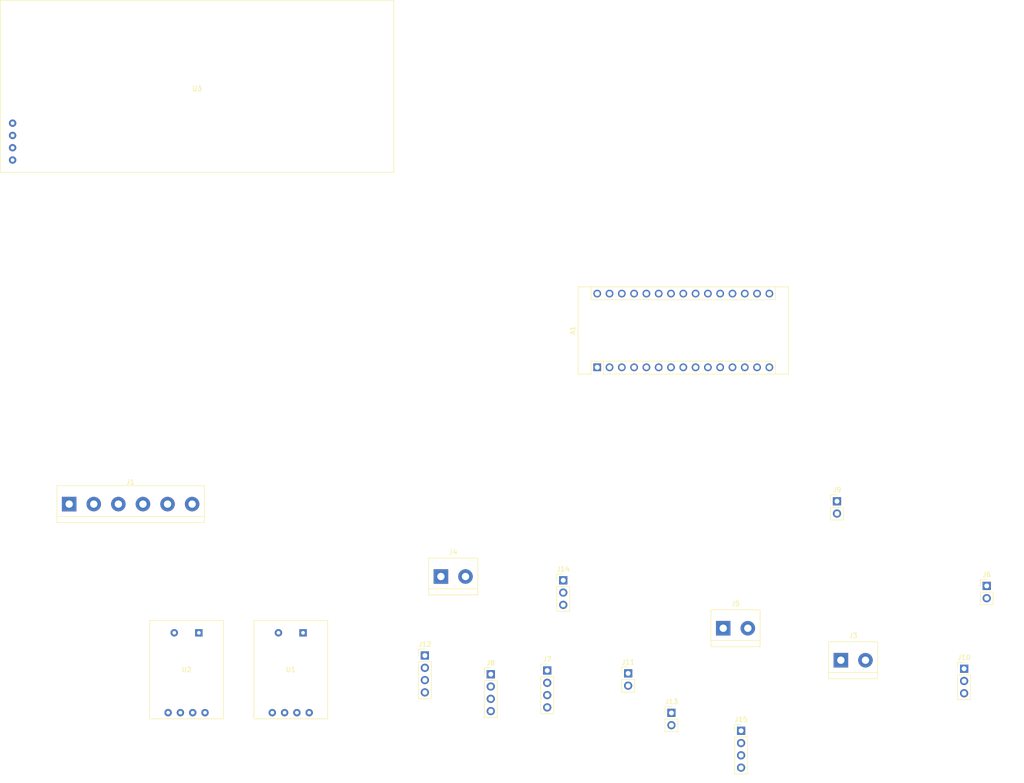
<source format=kicad_pcb>
(kicad_pcb (version 20171130) (host pcbnew "(5.1.10)-1")

  (general
    (thickness 1.6)
    (drawings 0)
    (tracks 0)
    (zones 0)
    (modules 18)
    (nets 56)
  )

  (page A4)
  (layers
    (0 F.Cu signal)
    (31 B.Cu signal)
    (32 B.Adhes user)
    (33 F.Adhes user)
    (34 B.Paste user)
    (35 F.Paste user)
    (36 B.SilkS user)
    (37 F.SilkS user)
    (38 B.Mask user)
    (39 F.Mask user)
    (40 Dwgs.User user)
    (41 Cmts.User user)
    (42 Eco1.User user)
    (43 Eco2.User user)
    (44 Edge.Cuts user)
    (45 Margin user)
    (46 B.CrtYd user)
    (47 F.CrtYd user)
    (48 B.Fab user)
    (49 F.Fab user)
  )

  (setup
    (last_trace_width 0.25)
    (trace_clearance 0.2)
    (zone_clearance 0.508)
    (zone_45_only no)
    (trace_min 0.2)
    (via_size 0.8)
    (via_drill 0.4)
    (via_min_size 0.4)
    (via_min_drill 0.3)
    (uvia_size 0.3)
    (uvia_drill 0.1)
    (uvias_allowed no)
    (uvia_min_size 0.2)
    (uvia_min_drill 0.1)
    (edge_width 0.05)
    (segment_width 0.2)
    (pcb_text_width 0.3)
    (pcb_text_size 1.5 1.5)
    (mod_edge_width 0.12)
    (mod_text_size 1 1)
    (mod_text_width 0.15)
    (pad_size 1.524 1.524)
    (pad_drill 0.762)
    (pad_to_mask_clearance 0)
    (aux_axis_origin 0 0)
    (visible_elements 7FFFF7FF)
    (pcbplotparams
      (layerselection 0x010fc_ffffffff)
      (usegerberextensions false)
      (usegerberattributes true)
      (usegerberadvancedattributes true)
      (creategerberjobfile true)
      (excludeedgelayer true)
      (linewidth 0.100000)
      (plotframeref false)
      (viasonmask false)
      (mode 1)
      (useauxorigin false)
      (hpglpennumber 1)
      (hpglpenspeed 20)
      (hpglpendiameter 15.000000)
      (psnegative false)
      (psa4output false)
      (plotreference true)
      (plotvalue true)
      (plotinvisibletext false)
      (padsonsilk false)
      (subtractmaskfromsilk false)
      (outputformat 1)
      (mirror false)
      (drillshape 1)
      (scaleselection 1)
      (outputdirectory ""))
  )

  (net 0 "")
  (net 1 /Thermocouple2)
  (net 2 /Thermocouple1)
  (net 3 /+5V)
  (net 4 GND)
  (net 5 /Thermocouple1-)
  (net 6 /Thermocouple1+)
  (net 7 /Thermocouple2-)
  (net 8 /Thermocouple2+)
  (net 9 /+12V)
  (net 10 "Net-(J7-Pad4)")
  (net 11 /AC_Dimmer_PWM)
  (net 12 /AC_Dimmer_Z-C)
  (net 13 /LCD_SDL)
  (net 14 /LCD_SDA)
  (net 15 /Switch1)
  (net 16 /Rotary_Encoder1_PWM)
  (net 17 /Rotary_Encoder1_Input)
  (net 18 "Net-(J11-Pad2)")
  (net 19 "Net-(J11-Pad1)")
  (net 20 "Net-(J12-Pad2)")
  (net 21 "Net-(J12-Pad1)")
  (net 22 "Net-(J13-Pad1)")
  (net 23 "Net-(J14-Pad2)")
  (net 24 "Net-(J14-Pad1)")
  (net 25 "Net-(J15-Pad2)")
  (net 26 "Net-(J15-Pad1)")
  (net 27 "Net-(J15-Pad3)")
  (net 28 "Net-(J15-Pad4)")
  (net 29 "Net-(J1-Pad6)")
  (net 30 "Net-(J1-Pad5)")
  (net 31 "Net-(J1-Pad4)")
  (net 32 "Net-(J1-Pad1)")
  (net 33 "Net-(J1-Pad3)")
  (net 34 "Net-(J1-Pad2)")
  (net 35 "Net-(J12-Pad4)")
  (net 36 "Net-(J12-Pad3)")
  (net 37 "Net-(A1-Pad16)")
  (net 38 "Net-(A1-Pad15)")
  (net 39 "Net-(A1-Pad14)")
  (net 40 "Net-(A1-Pad29)")
  (net 41 "Net-(A1-Pad13)")
  (net 42 "Net-(A1-Pad28)")
  (net 43 "Net-(A1-Pad12)")
  (net 44 "Net-(A1-Pad11)")
  (net 45 "Net-(A1-Pad26)")
  (net 46 "Net-(A1-Pad25)")
  (net 47 /Start_Btn)
  (net 48 "Net-(A1-Pad8)")
  (net 49 "Net-(A1-Pad20)")
  (net 50 "Net-(A1-Pad19)")
  (net 51 "Net-(A1-Pad3)")
  (net 52 "Net-(A1-Pad18)")
  (net 53 "Net-(A1-Pad2)")
  (net 54 "Net-(A1-Pad17)")
  (net 55 "Net-(A1-Pad1)")

  (net_class Default "This is the default net class."
    (clearance 0.2)
    (trace_width 0.25)
    (via_dia 0.8)
    (via_drill 0.4)
    (uvia_dia 0.3)
    (uvia_drill 0.1)
    (add_net /+12V)
    (add_net /+5V)
    (add_net /AC_Dimmer_PWM)
    (add_net /AC_Dimmer_Z-C)
    (add_net /LCD_SDA)
    (add_net /LCD_SDL)
    (add_net /Rotary_Encoder1_Input)
    (add_net /Rotary_Encoder1_PWM)
    (add_net /Start_Btn)
    (add_net /Switch1)
    (add_net /Thermocouple1)
    (add_net /Thermocouple1+)
    (add_net /Thermocouple1-)
    (add_net /Thermocouple2)
    (add_net /Thermocouple2+)
    (add_net /Thermocouple2-)
    (add_net GND)
    (add_net "Net-(A1-Pad1)")
    (add_net "Net-(A1-Pad11)")
    (add_net "Net-(A1-Pad12)")
    (add_net "Net-(A1-Pad13)")
    (add_net "Net-(A1-Pad14)")
    (add_net "Net-(A1-Pad15)")
    (add_net "Net-(A1-Pad16)")
    (add_net "Net-(A1-Pad17)")
    (add_net "Net-(A1-Pad18)")
    (add_net "Net-(A1-Pad19)")
    (add_net "Net-(A1-Pad2)")
    (add_net "Net-(A1-Pad20)")
    (add_net "Net-(A1-Pad25)")
    (add_net "Net-(A1-Pad26)")
    (add_net "Net-(A1-Pad28)")
    (add_net "Net-(A1-Pad29)")
    (add_net "Net-(A1-Pad3)")
    (add_net "Net-(A1-Pad8)")
    (add_net "Net-(J1-Pad1)")
    (add_net "Net-(J1-Pad2)")
    (add_net "Net-(J1-Pad3)")
    (add_net "Net-(J1-Pad4)")
    (add_net "Net-(J1-Pad5)")
    (add_net "Net-(J1-Pad6)")
    (add_net "Net-(J11-Pad1)")
    (add_net "Net-(J11-Pad2)")
    (add_net "Net-(J12-Pad1)")
    (add_net "Net-(J12-Pad2)")
    (add_net "Net-(J12-Pad3)")
    (add_net "Net-(J12-Pad4)")
    (add_net "Net-(J13-Pad1)")
    (add_net "Net-(J14-Pad1)")
    (add_net "Net-(J14-Pad2)")
    (add_net "Net-(J15-Pad1)")
    (add_net "Net-(J15-Pad2)")
    (add_net "Net-(J15-Pad3)")
    (add_net "Net-(J15-Pad4)")
    (add_net "Net-(J7-Pad4)")
  )

  (module OvenControl_custom_parts:LCD_SCREEN (layer F.Cu) (tedit 5FFE39DB) (tstamp 620711EB)
    (at 21.47 50.88)
    (path /60717071)
    (fp_text reference U3 (at 38.1 -14.74) (layer F.SilkS)
      (effects (font (size 1 1) (thickness 0.15)))
    )
    (fp_text value LCD_SCREEN (at 38.1 -15.74) (layer F.Fab)
      (effects (font (size 1 1) (thickness 0.15)))
    )
    (fp_line (start -2.54 2.54) (end 78.74 2.54) (layer F.SilkS) (width 0.12))
    (fp_line (start 78.74 2.54) (end 78.74 -33.02) (layer F.SilkS) (width 0.12))
    (fp_line (start 78.74 -33.02) (end -1.27 -33.02) (layer F.SilkS) (width 0.12))
    (fp_line (start -2.54 2.54) (end -2.54 -33.02) (layer F.SilkS) (width 0.12))
    (fp_line (start -2.54 -33.02) (end -1.27 -33.02) (layer F.SilkS) (width 0.12))
    (pad 4 thru_hole circle (at 0 -7.62) (size 1.524 1.524) (drill 0.762) (layers *.Cu *.Mask)
      (net 26 "Net-(J15-Pad1)"))
    (pad 3 thru_hole circle (at 0 -5.08) (size 1.524 1.524) (drill 0.762) (layers *.Cu *.Mask)
      (net 25 "Net-(J15-Pad2)"))
    (pad 2 thru_hole circle (at 0 -2.54) (size 1.524 1.524) (drill 0.762) (layers *.Cu *.Mask)
      (net 27 "Net-(J15-Pad3)"))
    (pad 1 thru_hole circle (at 0 0) (size 1.524 1.524) (drill 0.762) (layers *.Cu *.Mask)
      (net 28 "Net-(J15-Pad4)"))
  )

  (module OvenControl_custom_parts:thermoucouple_AD8495 (layer F.Cu) (tedit 5FFD7EAE) (tstamp 620711DE)
    (at 57.41 156.22)
    (path /60076EAE)
    (fp_text reference U2 (at 0 0) (layer F.SilkS)
      (effects (font (size 1 1) (thickness 0.15)))
    )
    (fp_text value ADAFRUIT_AD8495 (at 0 1.27) (layer F.Fab)
      (effects (font (size 1 0.762) (thickness 0.15)))
    )
    (fp_line (start -7.62 -10.16) (end -7.62 10.16) (layer F.SilkS) (width 0.12))
    (fp_line (start 7.62 -10.16) (end -7.62 -10.16) (layer F.SilkS) (width 0.12))
    (fp_line (start 7.62 10.16) (end 7.62 -10.16) (layer F.SilkS) (width 0.12))
    (fp_line (start -7.62 10.16) (end 7.62 10.16) (layer F.SilkS) (width 0.12))
    (pad 6 thru_hole rect (at 2.54 -7.62) (size 1.524 1.524) (drill 0.762) (layers *.Cu *.Mask)
      (net 7 /Thermocouple2-))
    (pad 5 thru_hole circle (at -2.54 -7.62) (size 1.524 1.524) (drill 0.762) (layers *.Cu *.Mask)
      (net 8 /Thermocouple2+))
    (pad 4 thru_hole circle (at 3.81 8.89) (size 1.524 1.524) (drill 0.762) (layers *.Cu *.Mask)
      (net 3 /+5V))
    (pad 3 thru_hole circle (at 1.27 8.89) (size 1.524 1.524) (drill 0.762) (layers *.Cu *.Mask)
      (net 4 GND))
    (pad 2 thru_hole circle (at -1.27 8.89) (size 1.524 1.524) (drill 0.762) (layers *.Cu *.Mask)
      (net 1 /Thermocouple2))
    (pad 1 thru_hole circle (at -3.81 8.89) (size 1.524 1.524) (drill 0.762) (layers *.Cu *.Mask)
      (net 4 GND))
  )

  (module OvenControl_custom_parts:thermoucouple_AD8495 (layer F.Cu) (tedit 5FFD7EAE) (tstamp 620711D0)
    (at 78.93 156.22)
    (path /60075995)
    (fp_text reference U1 (at 0 0) (layer F.SilkS)
      (effects (font (size 1 1) (thickness 0.15)))
    )
    (fp_text value ADAFRUIT_AD8495 (at 0 1.27) (layer F.Fab)
      (effects (font (size 1 0.762) (thickness 0.15)))
    )
    (fp_line (start -7.62 -10.16) (end -7.62 10.16) (layer F.SilkS) (width 0.12))
    (fp_line (start 7.62 -10.16) (end -7.62 -10.16) (layer F.SilkS) (width 0.12))
    (fp_line (start 7.62 10.16) (end 7.62 -10.16) (layer F.SilkS) (width 0.12))
    (fp_line (start -7.62 10.16) (end 7.62 10.16) (layer F.SilkS) (width 0.12))
    (pad 6 thru_hole rect (at 2.54 -7.62) (size 1.524 1.524) (drill 0.762) (layers *.Cu *.Mask)
      (net 5 /Thermocouple1-))
    (pad 5 thru_hole circle (at -2.54 -7.62) (size 1.524 1.524) (drill 0.762) (layers *.Cu *.Mask)
      (net 6 /Thermocouple1+))
    (pad 4 thru_hole circle (at 3.81 8.89) (size 1.524 1.524) (drill 0.762) (layers *.Cu *.Mask)
      (net 3 /+5V))
    (pad 3 thru_hole circle (at 1.27 8.89) (size 1.524 1.524) (drill 0.762) (layers *.Cu *.Mask)
      (net 4 GND))
    (pad 2 thru_hole circle (at -1.27 8.89) (size 1.524 1.524) (drill 0.762) (layers *.Cu *.Mask)
      (net 2 /Thermocouple1))
    (pad 1 thru_hole circle (at -3.81 8.89) (size 1.524 1.524) (drill 0.762) (layers *.Cu *.Mask)
      (net 4 GND))
  )

  (module Connector_PinHeader_2.54mm:PinHeader_1x04_P2.54mm_Vertical (layer F.Cu) (tedit 59FED5CC) (tstamp 620711C2)
    (at 171.96 168.85)
    (descr "Through hole straight pin header, 1x04, 2.54mm pitch, single row")
    (tags "Through hole pin header THT 1x04 2.54mm single row")
    (path /60087A12)
    (fp_text reference J15 (at 0 -2.33) (layer F.SilkS)
      (effects (font (size 1 1) (thickness 0.15)))
    )
    (fp_text value Conn_01x04_Male (at 0 9.95) (layer F.Fab)
      (effects (font (size 1 1) (thickness 0.15)))
    )
    (fp_text user %R (at 0 3.81 90) (layer F.Fab)
      (effects (font (size 1 1) (thickness 0.15)))
    )
    (fp_line (start -0.635 -1.27) (end 1.27 -1.27) (layer F.Fab) (width 0.1))
    (fp_line (start 1.27 -1.27) (end 1.27 8.89) (layer F.Fab) (width 0.1))
    (fp_line (start 1.27 8.89) (end -1.27 8.89) (layer F.Fab) (width 0.1))
    (fp_line (start -1.27 8.89) (end -1.27 -0.635) (layer F.Fab) (width 0.1))
    (fp_line (start -1.27 -0.635) (end -0.635 -1.27) (layer F.Fab) (width 0.1))
    (fp_line (start -1.33 8.95) (end 1.33 8.95) (layer F.SilkS) (width 0.12))
    (fp_line (start -1.33 1.27) (end -1.33 8.95) (layer F.SilkS) (width 0.12))
    (fp_line (start 1.33 1.27) (end 1.33 8.95) (layer F.SilkS) (width 0.12))
    (fp_line (start -1.33 1.27) (end 1.33 1.27) (layer F.SilkS) (width 0.12))
    (fp_line (start -1.33 0) (end -1.33 -1.33) (layer F.SilkS) (width 0.12))
    (fp_line (start -1.33 -1.33) (end 0 -1.33) (layer F.SilkS) (width 0.12))
    (fp_line (start -1.8 -1.8) (end -1.8 9.4) (layer F.CrtYd) (width 0.05))
    (fp_line (start -1.8 9.4) (end 1.8 9.4) (layer F.CrtYd) (width 0.05))
    (fp_line (start 1.8 9.4) (end 1.8 -1.8) (layer F.CrtYd) (width 0.05))
    (fp_line (start 1.8 -1.8) (end -1.8 -1.8) (layer F.CrtYd) (width 0.05))
    (pad 4 thru_hole oval (at 0 7.62) (size 1.7 1.7) (drill 1) (layers *.Cu *.Mask)
      (net 28 "Net-(J15-Pad4)"))
    (pad 3 thru_hole oval (at 0 5.08) (size 1.7 1.7) (drill 1) (layers *.Cu *.Mask)
      (net 27 "Net-(J15-Pad3)"))
    (pad 2 thru_hole oval (at 0 2.54) (size 1.7 1.7) (drill 1) (layers *.Cu *.Mask)
      (net 25 "Net-(J15-Pad2)"))
    (pad 1 thru_hole rect (at 0 0) (size 1.7 1.7) (drill 1) (layers *.Cu *.Mask)
      (net 26 "Net-(J15-Pad1)"))
    (model ${KISYS3DMOD}/Connector_PinHeader_2.54mm.3dshapes/PinHeader_1x04_P2.54mm_Vertical.wrl
      (at (xyz 0 0 0))
      (scale (xyz 1 1 1))
      (rotate (xyz 0 0 0))
    )
  )

  (module Connector_PinHeader_2.54mm:PinHeader_1x03_P2.54mm_Vertical (layer F.Cu) (tedit 59FED5CC) (tstamp 620711AA)
    (at 135.22 137.75)
    (descr "Through hole straight pin header, 1x03, 2.54mm pitch, single row")
    (tags "Through hole pin header THT 1x03 2.54mm single row")
    (path /5FFC9365)
    (fp_text reference J14 (at 0 -2.33) (layer F.SilkS)
      (effects (font (size 1 1) (thickness 0.15)))
    )
    (fp_text value Conn_01x03_Male (at 0 7.41) (layer F.Fab)
      (effects (font (size 1 1) (thickness 0.15)))
    )
    (fp_text user %R (at 0 2.54 90) (layer F.Fab)
      (effects (font (size 1 1) (thickness 0.15)))
    )
    (fp_line (start -0.635 -1.27) (end 1.27 -1.27) (layer F.Fab) (width 0.1))
    (fp_line (start 1.27 -1.27) (end 1.27 6.35) (layer F.Fab) (width 0.1))
    (fp_line (start 1.27 6.35) (end -1.27 6.35) (layer F.Fab) (width 0.1))
    (fp_line (start -1.27 6.35) (end -1.27 -0.635) (layer F.Fab) (width 0.1))
    (fp_line (start -1.27 -0.635) (end -0.635 -1.27) (layer F.Fab) (width 0.1))
    (fp_line (start -1.33 6.41) (end 1.33 6.41) (layer F.SilkS) (width 0.12))
    (fp_line (start -1.33 1.27) (end -1.33 6.41) (layer F.SilkS) (width 0.12))
    (fp_line (start 1.33 1.27) (end 1.33 6.41) (layer F.SilkS) (width 0.12))
    (fp_line (start -1.33 1.27) (end 1.33 1.27) (layer F.SilkS) (width 0.12))
    (fp_line (start -1.33 0) (end -1.33 -1.33) (layer F.SilkS) (width 0.12))
    (fp_line (start -1.33 -1.33) (end 0 -1.33) (layer F.SilkS) (width 0.12))
    (fp_line (start -1.8 -1.8) (end -1.8 6.85) (layer F.CrtYd) (width 0.05))
    (fp_line (start -1.8 6.85) (end 1.8 6.85) (layer F.CrtYd) (width 0.05))
    (fp_line (start 1.8 6.85) (end 1.8 -1.8) (layer F.CrtYd) (width 0.05))
    (fp_line (start 1.8 -1.8) (end -1.8 -1.8) (layer F.CrtYd) (width 0.05))
    (pad 3 thru_hole oval (at 0 5.08) (size 1.7 1.7) (drill 1) (layers *.Cu *.Mask)
      (net 4 GND))
    (pad 2 thru_hole oval (at 0 2.54) (size 1.7 1.7) (drill 1) (layers *.Cu *.Mask)
      (net 23 "Net-(J14-Pad2)"))
    (pad 1 thru_hole rect (at 0 0) (size 1.7 1.7) (drill 1) (layers *.Cu *.Mask)
      (net 24 "Net-(J14-Pad1)"))
    (model ${KISYS3DMOD}/Connector_PinHeader_2.54mm.3dshapes/PinHeader_1x03_P2.54mm_Vertical.wrl
      (at (xyz 0 0 0))
      (scale (xyz 1 1 1))
      (rotate (xyz 0 0 0))
    )
  )

  (module Connector_PinHeader_2.54mm:PinHeader_1x02_P2.54mm_Vertical (layer F.Cu) (tedit 59FED5CC) (tstamp 62071193)
    (at 157.57 165.16)
    (descr "Through hole straight pin header, 1x02, 2.54mm pitch, single row")
    (tags "Through hole pin header THT 1x02 2.54mm single row")
    (path /5FFC90BA)
    (fp_text reference J13 (at 0 -2.33) (layer F.SilkS)
      (effects (font (size 1 1) (thickness 0.15)))
    )
    (fp_text value Conn_01x02_Male (at 0 4.87) (layer F.Fab)
      (effects (font (size 1 1) (thickness 0.15)))
    )
    (fp_text user %R (at 0 1.27 90) (layer F.Fab)
      (effects (font (size 1 1) (thickness 0.15)))
    )
    (fp_line (start -0.635 -1.27) (end 1.27 -1.27) (layer F.Fab) (width 0.1))
    (fp_line (start 1.27 -1.27) (end 1.27 3.81) (layer F.Fab) (width 0.1))
    (fp_line (start 1.27 3.81) (end -1.27 3.81) (layer F.Fab) (width 0.1))
    (fp_line (start -1.27 3.81) (end -1.27 -0.635) (layer F.Fab) (width 0.1))
    (fp_line (start -1.27 -0.635) (end -0.635 -1.27) (layer F.Fab) (width 0.1))
    (fp_line (start -1.33 3.87) (end 1.33 3.87) (layer F.SilkS) (width 0.12))
    (fp_line (start -1.33 1.27) (end -1.33 3.87) (layer F.SilkS) (width 0.12))
    (fp_line (start 1.33 1.27) (end 1.33 3.87) (layer F.SilkS) (width 0.12))
    (fp_line (start -1.33 1.27) (end 1.33 1.27) (layer F.SilkS) (width 0.12))
    (fp_line (start -1.33 0) (end -1.33 -1.33) (layer F.SilkS) (width 0.12))
    (fp_line (start -1.33 -1.33) (end 0 -1.33) (layer F.SilkS) (width 0.12))
    (fp_line (start -1.8 -1.8) (end -1.8 4.35) (layer F.CrtYd) (width 0.05))
    (fp_line (start -1.8 4.35) (end 1.8 4.35) (layer F.CrtYd) (width 0.05))
    (fp_line (start 1.8 4.35) (end 1.8 -1.8) (layer F.CrtYd) (width 0.05))
    (fp_line (start 1.8 -1.8) (end -1.8 -1.8) (layer F.CrtYd) (width 0.05))
    (pad 2 thru_hole oval (at 0 2.54) (size 1.7 1.7) (drill 1) (layers *.Cu *.Mask)
      (net 4 GND))
    (pad 1 thru_hole rect (at 0 0) (size 1.7 1.7) (drill 1) (layers *.Cu *.Mask)
      (net 22 "Net-(J13-Pad1)"))
    (model ${KISYS3DMOD}/Connector_PinHeader_2.54mm.3dshapes/PinHeader_1x02_P2.54mm_Vertical.wrl
      (at (xyz 0 0 0))
      (scale (xyz 1 1 1))
      (rotate (xyz 0 0 0))
    )
  )

  (module Connector_PinHeader_2.54mm:PinHeader_1x04_P2.54mm_Vertical (layer F.Cu) (tedit 59FED5CC) (tstamp 6207117D)
    (at 106.64 153.3)
    (descr "Through hole straight pin header, 1x04, 2.54mm pitch, single row")
    (tags "Through hole pin header THT 1x04 2.54mm single row")
    (path /60086205)
    (fp_text reference J12 (at 0 -2.33) (layer F.SilkS)
      (effects (font (size 1 1) (thickness 0.15)))
    )
    (fp_text value Conn_01x04_Male (at 0 9.95) (layer F.Fab)
      (effects (font (size 1 1) (thickness 0.15)))
    )
    (fp_text user %R (at 0 3.81 90) (layer F.Fab)
      (effects (font (size 1 1) (thickness 0.15)))
    )
    (fp_line (start -0.635 -1.27) (end 1.27 -1.27) (layer F.Fab) (width 0.1))
    (fp_line (start 1.27 -1.27) (end 1.27 8.89) (layer F.Fab) (width 0.1))
    (fp_line (start 1.27 8.89) (end -1.27 8.89) (layer F.Fab) (width 0.1))
    (fp_line (start -1.27 8.89) (end -1.27 -0.635) (layer F.Fab) (width 0.1))
    (fp_line (start -1.27 -0.635) (end -0.635 -1.27) (layer F.Fab) (width 0.1))
    (fp_line (start -1.33 8.95) (end 1.33 8.95) (layer F.SilkS) (width 0.12))
    (fp_line (start -1.33 1.27) (end -1.33 8.95) (layer F.SilkS) (width 0.12))
    (fp_line (start 1.33 1.27) (end 1.33 8.95) (layer F.SilkS) (width 0.12))
    (fp_line (start -1.33 1.27) (end 1.33 1.27) (layer F.SilkS) (width 0.12))
    (fp_line (start -1.33 0) (end -1.33 -1.33) (layer F.SilkS) (width 0.12))
    (fp_line (start -1.33 -1.33) (end 0 -1.33) (layer F.SilkS) (width 0.12))
    (fp_line (start -1.8 -1.8) (end -1.8 9.4) (layer F.CrtYd) (width 0.05))
    (fp_line (start -1.8 9.4) (end 1.8 9.4) (layer F.CrtYd) (width 0.05))
    (fp_line (start 1.8 9.4) (end 1.8 -1.8) (layer F.CrtYd) (width 0.05))
    (fp_line (start 1.8 -1.8) (end -1.8 -1.8) (layer F.CrtYd) (width 0.05))
    (pad 4 thru_hole oval (at 0 7.62) (size 1.7 1.7) (drill 1) (layers *.Cu *.Mask)
      (net 35 "Net-(J12-Pad4)"))
    (pad 3 thru_hole oval (at 0 5.08) (size 1.7 1.7) (drill 1) (layers *.Cu *.Mask)
      (net 36 "Net-(J12-Pad3)"))
    (pad 2 thru_hole oval (at 0 2.54) (size 1.7 1.7) (drill 1) (layers *.Cu *.Mask)
      (net 20 "Net-(J12-Pad2)"))
    (pad 1 thru_hole rect (at 0 0) (size 1.7 1.7) (drill 1) (layers *.Cu *.Mask)
      (net 21 "Net-(J12-Pad1)"))
    (model ${KISYS3DMOD}/Connector_PinHeader_2.54mm.3dshapes/PinHeader_1x04_P2.54mm_Vertical.wrl
      (at (xyz 0 0 0))
      (scale (xyz 1 1 1))
      (rotate (xyz 0 0 0))
    )
  )

  (module Connector_PinHeader_2.54mm:PinHeader_1x02_P2.54mm_Vertical (layer F.Cu) (tedit 59FED5CC) (tstamp 6207172D)
    (at 148.63 156.99)
    (descr "Through hole straight pin header, 1x02, 2.54mm pitch, single row")
    (tags "Through hole pin header THT 1x02 2.54mm single row")
    (path /5FFC87B7)
    (fp_text reference J11 (at 0 -2.33) (layer F.SilkS)
      (effects (font (size 1 1) (thickness 0.15)))
    )
    (fp_text value Conn_01x02_Male (at 0 4.87) (layer F.Fab)
      (effects (font (size 1 1) (thickness 0.15)))
    )
    (fp_text user %R (at 0 1.27 90) (layer F.Fab)
      (effects (font (size 1 1) (thickness 0.15)))
    )
    (fp_line (start -0.635 -1.27) (end 1.27 -1.27) (layer F.Fab) (width 0.1))
    (fp_line (start 1.27 -1.27) (end 1.27 3.81) (layer F.Fab) (width 0.1))
    (fp_line (start 1.27 3.81) (end -1.27 3.81) (layer F.Fab) (width 0.1))
    (fp_line (start -1.27 3.81) (end -1.27 -0.635) (layer F.Fab) (width 0.1))
    (fp_line (start -1.27 -0.635) (end -0.635 -1.27) (layer F.Fab) (width 0.1))
    (fp_line (start -1.33 3.87) (end 1.33 3.87) (layer F.SilkS) (width 0.12))
    (fp_line (start -1.33 1.27) (end -1.33 3.87) (layer F.SilkS) (width 0.12))
    (fp_line (start 1.33 1.27) (end 1.33 3.87) (layer F.SilkS) (width 0.12))
    (fp_line (start -1.33 1.27) (end 1.33 1.27) (layer F.SilkS) (width 0.12))
    (fp_line (start -1.33 0) (end -1.33 -1.33) (layer F.SilkS) (width 0.12))
    (fp_line (start -1.33 -1.33) (end 0 -1.33) (layer F.SilkS) (width 0.12))
    (fp_line (start -1.8 -1.8) (end -1.8 4.35) (layer F.CrtYd) (width 0.05))
    (fp_line (start -1.8 4.35) (end 1.8 4.35) (layer F.CrtYd) (width 0.05))
    (fp_line (start 1.8 4.35) (end 1.8 -1.8) (layer F.CrtYd) (width 0.05))
    (fp_line (start 1.8 -1.8) (end -1.8 -1.8) (layer F.CrtYd) (width 0.05))
    (pad 2 thru_hole oval (at 0 2.54) (size 1.7 1.7) (drill 1) (layers *.Cu *.Mask)
      (net 18 "Net-(J11-Pad2)"))
    (pad 1 thru_hole rect (at 0 0) (size 1.7 1.7) (drill 1) (layers *.Cu *.Mask)
      (net 19 "Net-(J11-Pad1)"))
    (model ${KISYS3DMOD}/Connector_PinHeader_2.54mm.3dshapes/PinHeader_1x02_P2.54mm_Vertical.wrl
      (at (xyz 0 0 0))
      (scale (xyz 1 1 1))
      (rotate (xyz 0 0 0))
    )
  )

  (module Connector_PinHeader_2.54mm:PinHeader_1x03_P2.54mm_Vertical (layer F.Cu) (tedit 59FED5CC) (tstamp 6207114F)
    (at 218.03 156.02)
    (descr "Through hole straight pin header, 1x03, 2.54mm pitch, single row")
    (tags "Through hole pin header THT 1x03 2.54mm single row")
    (path /5FFC57C7)
    (fp_text reference J10 (at 0 -2.33) (layer F.SilkS)
      (effects (font (size 1 1) (thickness 0.15)))
    )
    (fp_text value Conn_01x03_Female (at 0 7.41) (layer F.Fab)
      (effects (font (size 1 1) (thickness 0.15)))
    )
    (fp_text user %R (at 0 2.54 90) (layer F.Fab)
      (effects (font (size 1 1) (thickness 0.15)))
    )
    (fp_line (start -0.635 -1.27) (end 1.27 -1.27) (layer F.Fab) (width 0.1))
    (fp_line (start 1.27 -1.27) (end 1.27 6.35) (layer F.Fab) (width 0.1))
    (fp_line (start 1.27 6.35) (end -1.27 6.35) (layer F.Fab) (width 0.1))
    (fp_line (start -1.27 6.35) (end -1.27 -0.635) (layer F.Fab) (width 0.1))
    (fp_line (start -1.27 -0.635) (end -0.635 -1.27) (layer F.Fab) (width 0.1))
    (fp_line (start -1.33 6.41) (end 1.33 6.41) (layer F.SilkS) (width 0.12))
    (fp_line (start -1.33 1.27) (end -1.33 6.41) (layer F.SilkS) (width 0.12))
    (fp_line (start 1.33 1.27) (end 1.33 6.41) (layer F.SilkS) (width 0.12))
    (fp_line (start -1.33 1.27) (end 1.33 1.27) (layer F.SilkS) (width 0.12))
    (fp_line (start -1.33 0) (end -1.33 -1.33) (layer F.SilkS) (width 0.12))
    (fp_line (start -1.33 -1.33) (end 0 -1.33) (layer F.SilkS) (width 0.12))
    (fp_line (start -1.8 -1.8) (end -1.8 6.85) (layer F.CrtYd) (width 0.05))
    (fp_line (start -1.8 6.85) (end 1.8 6.85) (layer F.CrtYd) (width 0.05))
    (fp_line (start 1.8 6.85) (end 1.8 -1.8) (layer F.CrtYd) (width 0.05))
    (fp_line (start 1.8 -1.8) (end -1.8 -1.8) (layer F.CrtYd) (width 0.05))
    (pad 3 thru_hole oval (at 0 5.08) (size 1.7 1.7) (drill 1) (layers *.Cu *.Mask)
      (net 4 GND))
    (pad 2 thru_hole oval (at 0 2.54) (size 1.7 1.7) (drill 1) (layers *.Cu *.Mask)
      (net 16 /Rotary_Encoder1_PWM))
    (pad 1 thru_hole rect (at 0 0) (size 1.7 1.7) (drill 1) (layers *.Cu *.Mask)
      (net 17 /Rotary_Encoder1_Input))
    (model ${KISYS3DMOD}/Connector_PinHeader_2.54mm.3dshapes/PinHeader_1x03_P2.54mm_Vertical.wrl
      (at (xyz 0 0 0))
      (scale (xyz 1 1 1))
      (rotate (xyz 0 0 0))
    )
  )

  (module Connector_PinHeader_2.54mm:PinHeader_1x02_P2.54mm_Vertical (layer F.Cu) (tedit 59FED5CC) (tstamp 62071138)
    (at 191.77 121.412)
    (descr "Through hole straight pin header, 1x02, 2.54mm pitch, single row")
    (tags "Through hole pin header THT 1x02 2.54mm single row")
    (path /5FFF6908)
    (fp_text reference J9 (at 0 -2.33) (layer F.SilkS)
      (effects (font (size 1 1) (thickness 0.15)))
    )
    (fp_text value Conn_01x02_Female (at 0 4.87) (layer F.Fab)
      (effects (font (size 1 1) (thickness 0.15)))
    )
    (fp_text user %R (at 0 1.27 90) (layer F.Fab)
      (effects (font (size 1 1) (thickness 0.15)))
    )
    (fp_line (start -0.635 -1.27) (end 1.27 -1.27) (layer F.Fab) (width 0.1))
    (fp_line (start 1.27 -1.27) (end 1.27 3.81) (layer F.Fab) (width 0.1))
    (fp_line (start 1.27 3.81) (end -1.27 3.81) (layer F.Fab) (width 0.1))
    (fp_line (start -1.27 3.81) (end -1.27 -0.635) (layer F.Fab) (width 0.1))
    (fp_line (start -1.27 -0.635) (end -0.635 -1.27) (layer F.Fab) (width 0.1))
    (fp_line (start -1.33 3.87) (end 1.33 3.87) (layer F.SilkS) (width 0.12))
    (fp_line (start -1.33 1.27) (end -1.33 3.87) (layer F.SilkS) (width 0.12))
    (fp_line (start 1.33 1.27) (end 1.33 3.87) (layer F.SilkS) (width 0.12))
    (fp_line (start -1.33 1.27) (end 1.33 1.27) (layer F.SilkS) (width 0.12))
    (fp_line (start -1.33 0) (end -1.33 -1.33) (layer F.SilkS) (width 0.12))
    (fp_line (start -1.33 -1.33) (end 0 -1.33) (layer F.SilkS) (width 0.12))
    (fp_line (start -1.8 -1.8) (end -1.8 4.35) (layer F.CrtYd) (width 0.05))
    (fp_line (start -1.8 4.35) (end 1.8 4.35) (layer F.CrtYd) (width 0.05))
    (fp_line (start 1.8 4.35) (end 1.8 -1.8) (layer F.CrtYd) (width 0.05))
    (fp_line (start 1.8 -1.8) (end -1.8 -1.8) (layer F.CrtYd) (width 0.05))
    (pad 2 thru_hole oval (at 0 2.54) (size 1.7 1.7) (drill 1) (layers *.Cu *.Mask)
      (net 4 GND))
    (pad 1 thru_hole rect (at 0 0) (size 1.7 1.7) (drill 1) (layers *.Cu *.Mask)
      (net 15 /Switch1))
    (model ${KISYS3DMOD}/Connector_PinHeader_2.54mm.3dshapes/PinHeader_1x02_P2.54mm_Vertical.wrl
      (at (xyz 0 0 0))
      (scale (xyz 1 1 1))
      (rotate (xyz 0 0 0))
    )
  )

  (module Connector_PinHeader_2.54mm:PinHeader_1x04_P2.54mm_Vertical (layer F.Cu) (tedit 59FED5CC) (tstamp 62071122)
    (at 120.25 157.17)
    (descr "Through hole straight pin header, 1x04, 2.54mm pitch, single row")
    (tags "Through hole pin header THT 1x04 2.54mm single row")
    (path /5FFC3FDB)
    (fp_text reference J8 (at 0 -2.33) (layer F.SilkS)
      (effects (font (size 1 1) (thickness 0.15)))
    )
    (fp_text value Conn_01x04_Female (at 0 9.95) (layer F.Fab)
      (effects (font (size 1 1) (thickness 0.15)))
    )
    (fp_text user %R (at 0 3.81 90) (layer F.Fab)
      (effects (font (size 1 1) (thickness 0.15)))
    )
    (fp_line (start -0.635 -1.27) (end 1.27 -1.27) (layer F.Fab) (width 0.1))
    (fp_line (start 1.27 -1.27) (end 1.27 8.89) (layer F.Fab) (width 0.1))
    (fp_line (start 1.27 8.89) (end -1.27 8.89) (layer F.Fab) (width 0.1))
    (fp_line (start -1.27 8.89) (end -1.27 -0.635) (layer F.Fab) (width 0.1))
    (fp_line (start -1.27 -0.635) (end -0.635 -1.27) (layer F.Fab) (width 0.1))
    (fp_line (start -1.33 8.95) (end 1.33 8.95) (layer F.SilkS) (width 0.12))
    (fp_line (start -1.33 1.27) (end -1.33 8.95) (layer F.SilkS) (width 0.12))
    (fp_line (start 1.33 1.27) (end 1.33 8.95) (layer F.SilkS) (width 0.12))
    (fp_line (start -1.33 1.27) (end 1.33 1.27) (layer F.SilkS) (width 0.12))
    (fp_line (start -1.33 0) (end -1.33 -1.33) (layer F.SilkS) (width 0.12))
    (fp_line (start -1.33 -1.33) (end 0 -1.33) (layer F.SilkS) (width 0.12))
    (fp_line (start -1.8 -1.8) (end -1.8 9.4) (layer F.CrtYd) (width 0.05))
    (fp_line (start -1.8 9.4) (end 1.8 9.4) (layer F.CrtYd) (width 0.05))
    (fp_line (start 1.8 9.4) (end 1.8 -1.8) (layer F.CrtYd) (width 0.05))
    (fp_line (start 1.8 -1.8) (end -1.8 -1.8) (layer F.CrtYd) (width 0.05))
    (pad 4 thru_hole oval (at 0 7.62) (size 1.7 1.7) (drill 1) (layers *.Cu *.Mask)
      (net 4 GND))
    (pad 3 thru_hole oval (at 0 5.08) (size 1.7 1.7) (drill 1) (layers *.Cu *.Mask)
      (net 3 /+5V))
    (pad 2 thru_hole oval (at 0 2.54) (size 1.7 1.7) (drill 1) (layers *.Cu *.Mask)
      (net 13 /LCD_SDL))
    (pad 1 thru_hole rect (at 0 0) (size 1.7 1.7) (drill 1) (layers *.Cu *.Mask)
      (net 14 /LCD_SDA))
    (model ${KISYS3DMOD}/Connector_PinHeader_2.54mm.3dshapes/PinHeader_1x04_P2.54mm_Vertical.wrl
      (at (xyz 0 0 0))
      (scale (xyz 1 1 1))
      (rotate (xyz 0 0 0))
    )
  )

  (module Connector_PinHeader_2.54mm:PinHeader_1x04_P2.54mm_Vertical (layer F.Cu) (tedit 59FED5CC) (tstamp 620716BC)
    (at 131.91 156.4)
    (descr "Through hole straight pin header, 1x04, 2.54mm pitch, single row")
    (tags "Through hole pin header THT 1x04 2.54mm single row")
    (path /5FFCBFA0)
    (fp_text reference J7 (at 0 -2.33) (layer F.SilkS)
      (effects (font (size 1 1) (thickness 0.15)))
    )
    (fp_text value Conn_01x04_Female (at 0 9.95) (layer F.Fab)
      (effects (font (size 1 1) (thickness 0.15)))
    )
    (fp_text user %R (at 0 3.81 90) (layer F.Fab)
      (effects (font (size 1 1) (thickness 0.15)))
    )
    (fp_line (start -0.635 -1.27) (end 1.27 -1.27) (layer F.Fab) (width 0.1))
    (fp_line (start 1.27 -1.27) (end 1.27 8.89) (layer F.Fab) (width 0.1))
    (fp_line (start 1.27 8.89) (end -1.27 8.89) (layer F.Fab) (width 0.1))
    (fp_line (start -1.27 8.89) (end -1.27 -0.635) (layer F.Fab) (width 0.1))
    (fp_line (start -1.27 -0.635) (end -0.635 -1.27) (layer F.Fab) (width 0.1))
    (fp_line (start -1.33 8.95) (end 1.33 8.95) (layer F.SilkS) (width 0.12))
    (fp_line (start -1.33 1.27) (end -1.33 8.95) (layer F.SilkS) (width 0.12))
    (fp_line (start 1.33 1.27) (end 1.33 8.95) (layer F.SilkS) (width 0.12))
    (fp_line (start -1.33 1.27) (end 1.33 1.27) (layer F.SilkS) (width 0.12))
    (fp_line (start -1.33 0) (end -1.33 -1.33) (layer F.SilkS) (width 0.12))
    (fp_line (start -1.33 -1.33) (end 0 -1.33) (layer F.SilkS) (width 0.12))
    (fp_line (start -1.8 -1.8) (end -1.8 9.4) (layer F.CrtYd) (width 0.05))
    (fp_line (start -1.8 9.4) (end 1.8 9.4) (layer F.CrtYd) (width 0.05))
    (fp_line (start 1.8 9.4) (end 1.8 -1.8) (layer F.CrtYd) (width 0.05))
    (fp_line (start 1.8 -1.8) (end -1.8 -1.8) (layer F.CrtYd) (width 0.05))
    (pad 4 thru_hole oval (at 0 7.62) (size 1.7 1.7) (drill 1) (layers *.Cu *.Mask)
      (net 10 "Net-(J7-Pad4)"))
    (pad 3 thru_hole oval (at 0 5.08) (size 1.7 1.7) (drill 1) (layers *.Cu *.Mask)
      (net 4 GND))
    (pad 2 thru_hole oval (at 0 2.54) (size 1.7 1.7) (drill 1) (layers *.Cu *.Mask)
      (net 11 /AC_Dimmer_PWM))
    (pad 1 thru_hole rect (at 0 0) (size 1.7 1.7) (drill 1) (layers *.Cu *.Mask)
      (net 12 /AC_Dimmer_Z-C))
    (model ${KISYS3DMOD}/Connector_PinHeader_2.54mm.3dshapes/PinHeader_1x04_P2.54mm_Vertical.wrl
      (at (xyz 0 0 0))
      (scale (xyz 1 1 1))
      (rotate (xyz 0 0 0))
    )
  )

  (module Connector_PinHeader_2.54mm:PinHeader_1x02_P2.54mm_Vertical (layer F.Cu) (tedit 59FED5CC) (tstamp 620710F2)
    (at 222.7 138.91)
    (descr "Through hole straight pin header, 1x02, 2.54mm pitch, single row")
    (tags "Through hole pin header THT 1x02 2.54mm single row")
    (path /5FFCBA04)
    (fp_text reference J6 (at 0 -2.33) (layer F.SilkS)
      (effects (font (size 1 1) (thickness 0.15)))
    )
    (fp_text value Conn_01x02_Female (at 0 4.87) (layer F.Fab)
      (effects (font (size 1 1) (thickness 0.15)))
    )
    (fp_text user %R (at 0 1.27 90) (layer F.Fab)
      (effects (font (size 1 1) (thickness 0.15)))
    )
    (fp_line (start -0.635 -1.27) (end 1.27 -1.27) (layer F.Fab) (width 0.1))
    (fp_line (start 1.27 -1.27) (end 1.27 3.81) (layer F.Fab) (width 0.1))
    (fp_line (start 1.27 3.81) (end -1.27 3.81) (layer F.Fab) (width 0.1))
    (fp_line (start -1.27 3.81) (end -1.27 -0.635) (layer F.Fab) (width 0.1))
    (fp_line (start -1.27 -0.635) (end -0.635 -1.27) (layer F.Fab) (width 0.1))
    (fp_line (start -1.33 3.87) (end 1.33 3.87) (layer F.SilkS) (width 0.12))
    (fp_line (start -1.33 1.27) (end -1.33 3.87) (layer F.SilkS) (width 0.12))
    (fp_line (start 1.33 1.27) (end 1.33 3.87) (layer F.SilkS) (width 0.12))
    (fp_line (start -1.33 1.27) (end 1.33 1.27) (layer F.SilkS) (width 0.12))
    (fp_line (start -1.33 0) (end -1.33 -1.33) (layer F.SilkS) (width 0.12))
    (fp_line (start -1.33 -1.33) (end 0 -1.33) (layer F.SilkS) (width 0.12))
    (fp_line (start -1.8 -1.8) (end -1.8 4.35) (layer F.CrtYd) (width 0.05))
    (fp_line (start -1.8 4.35) (end 1.8 4.35) (layer F.CrtYd) (width 0.05))
    (fp_line (start 1.8 4.35) (end 1.8 -1.8) (layer F.CrtYd) (width 0.05))
    (fp_line (start 1.8 -1.8) (end -1.8 -1.8) (layer F.CrtYd) (width 0.05))
    (pad 2 thru_hole oval (at 0 2.54) (size 1.7 1.7) (drill 1) (layers *.Cu *.Mask)
      (net 4 GND))
    (pad 1 thru_hole rect (at 0 0) (size 1.7 1.7) (drill 1) (layers *.Cu *.Mask)
      (net 9 /+12V))
    (model ${KISYS3DMOD}/Connector_PinHeader_2.54mm.3dshapes/PinHeader_1x02_P2.54mm_Vertical.wrl
      (at (xyz 0 0 0))
      (scale (xyz 1 1 1))
      (rotate (xyz 0 0 0))
    )
  )

  (module TerminalBlock:TerminalBlock_bornier-2_P5.08mm (layer F.Cu) (tedit 59FF03AB) (tstamp 620710DC)
    (at 168.27 147.66)
    (descr "simple 2-pin terminal block, pitch 5.08mm, revamped version of bornier2")
    (tags "terminal block bornier2")
    (path /5FFC7D55)
    (fp_text reference J5 (at 2.54 -5.08) (layer F.SilkS)
      (effects (font (size 1 1) (thickness 0.15)))
    )
    (fp_text value Screw_Terminal_01x02 (at 2.54 5.08) (layer F.Fab)
      (effects (font (size 1 1) (thickness 0.15)))
    )
    (fp_text user %R (at 2.54 0) (layer F.Fab)
      (effects (font (size 1 1) (thickness 0.15)))
    )
    (fp_line (start -2.41 2.55) (end 7.49 2.55) (layer F.Fab) (width 0.1))
    (fp_line (start -2.46 -3.75) (end -2.46 3.75) (layer F.Fab) (width 0.1))
    (fp_line (start -2.46 3.75) (end 7.54 3.75) (layer F.Fab) (width 0.1))
    (fp_line (start 7.54 3.75) (end 7.54 -3.75) (layer F.Fab) (width 0.1))
    (fp_line (start 7.54 -3.75) (end -2.46 -3.75) (layer F.Fab) (width 0.1))
    (fp_line (start 7.62 2.54) (end -2.54 2.54) (layer F.SilkS) (width 0.12))
    (fp_line (start 7.62 3.81) (end 7.62 -3.81) (layer F.SilkS) (width 0.12))
    (fp_line (start 7.62 -3.81) (end -2.54 -3.81) (layer F.SilkS) (width 0.12))
    (fp_line (start -2.54 -3.81) (end -2.54 3.81) (layer F.SilkS) (width 0.12))
    (fp_line (start -2.54 3.81) (end 7.62 3.81) (layer F.SilkS) (width 0.12))
    (fp_line (start -2.71 -4) (end 7.79 -4) (layer F.CrtYd) (width 0.05))
    (fp_line (start -2.71 -4) (end -2.71 4) (layer F.CrtYd) (width 0.05))
    (fp_line (start 7.79 4) (end 7.79 -4) (layer F.CrtYd) (width 0.05))
    (fp_line (start 7.79 4) (end -2.71 4) (layer F.CrtYd) (width 0.05))
    (pad 2 thru_hole circle (at 5.08 0) (size 3 3) (drill 1.52) (layers *.Cu *.Mask)
      (net 4 GND))
    (pad 1 thru_hole rect (at 0 0) (size 3 3) (drill 1.52) (layers *.Cu *.Mask)
      (net 4 GND))
    (model ${KISYS3DMOD}/TerminalBlock.3dshapes/TerminalBlock_bornier-2_P5.08mm.wrl
      (offset (xyz 2.539999961853027 0 0))
      (scale (xyz 1 1 1))
      (rotate (xyz 0 0 0))
    )
  )

  (module TerminalBlock:TerminalBlock_bornier-2_P5.08mm (layer F.Cu) (tedit 59FF03AB) (tstamp 620710C7)
    (at 109.95 136.97)
    (descr "simple 2-pin terminal block, pitch 5.08mm, revamped version of bornier2")
    (tags "terminal block bornier2")
    (path /5FFCB11A)
    (fp_text reference J4 (at 2.54 -5.08) (layer F.SilkS)
      (effects (font (size 1 1) (thickness 0.15)))
    )
    (fp_text value Screw_Terminal_01x02 (at 2.54 5.08) (layer F.Fab)
      (effects (font (size 1 1) (thickness 0.15)))
    )
    (fp_text user %R (at 2.54 0) (layer F.Fab)
      (effects (font (size 1 1) (thickness 0.15)))
    )
    (fp_line (start -2.41 2.55) (end 7.49 2.55) (layer F.Fab) (width 0.1))
    (fp_line (start -2.46 -3.75) (end -2.46 3.75) (layer F.Fab) (width 0.1))
    (fp_line (start -2.46 3.75) (end 7.54 3.75) (layer F.Fab) (width 0.1))
    (fp_line (start 7.54 3.75) (end 7.54 -3.75) (layer F.Fab) (width 0.1))
    (fp_line (start 7.54 -3.75) (end -2.46 -3.75) (layer F.Fab) (width 0.1))
    (fp_line (start 7.62 2.54) (end -2.54 2.54) (layer F.SilkS) (width 0.12))
    (fp_line (start 7.62 3.81) (end 7.62 -3.81) (layer F.SilkS) (width 0.12))
    (fp_line (start 7.62 -3.81) (end -2.54 -3.81) (layer F.SilkS) (width 0.12))
    (fp_line (start -2.54 -3.81) (end -2.54 3.81) (layer F.SilkS) (width 0.12))
    (fp_line (start -2.54 3.81) (end 7.62 3.81) (layer F.SilkS) (width 0.12))
    (fp_line (start -2.71 -4) (end 7.79 -4) (layer F.CrtYd) (width 0.05))
    (fp_line (start -2.71 -4) (end -2.71 4) (layer F.CrtYd) (width 0.05))
    (fp_line (start 7.79 4) (end 7.79 -4) (layer F.CrtYd) (width 0.05))
    (fp_line (start 7.79 4) (end -2.71 4) (layer F.CrtYd) (width 0.05))
    (pad 2 thru_hole circle (at 5.08 0) (size 3 3) (drill 1.52) (layers *.Cu *.Mask)
      (net 7 /Thermocouple2-))
    (pad 1 thru_hole rect (at 0 0) (size 3 3) (drill 1.52) (layers *.Cu *.Mask)
      (net 8 /Thermocouple2+))
    (model ${KISYS3DMOD}/TerminalBlock.3dshapes/TerminalBlock_bornier-2_P5.08mm.wrl
      (offset (xyz 2.539999961853027 0 0))
      (scale (xyz 1 1 1))
      (rotate (xyz 0 0 0))
    )
  )

  (module TerminalBlock:TerminalBlock_bornier-2_P5.08mm (layer F.Cu) (tedit 59FF03AB) (tstamp 620710B2)
    (at 192.57 154.27)
    (descr "simple 2-pin terminal block, pitch 5.08mm, revamped version of bornier2")
    (tags "terminal block bornier2")
    (path /5FFCB284)
    (fp_text reference J3 (at 2.54 -5.08) (layer F.SilkS)
      (effects (font (size 1 1) (thickness 0.15)))
    )
    (fp_text value Screw_Terminal_01x02 (at 2.54 5.08) (layer F.Fab)
      (effects (font (size 1 1) (thickness 0.15)))
    )
    (fp_text user %R (at 2.54 0) (layer F.Fab)
      (effects (font (size 1 1) (thickness 0.15)))
    )
    (fp_line (start -2.41 2.55) (end 7.49 2.55) (layer F.Fab) (width 0.1))
    (fp_line (start -2.46 -3.75) (end -2.46 3.75) (layer F.Fab) (width 0.1))
    (fp_line (start -2.46 3.75) (end 7.54 3.75) (layer F.Fab) (width 0.1))
    (fp_line (start 7.54 3.75) (end 7.54 -3.75) (layer F.Fab) (width 0.1))
    (fp_line (start 7.54 -3.75) (end -2.46 -3.75) (layer F.Fab) (width 0.1))
    (fp_line (start 7.62 2.54) (end -2.54 2.54) (layer F.SilkS) (width 0.12))
    (fp_line (start 7.62 3.81) (end 7.62 -3.81) (layer F.SilkS) (width 0.12))
    (fp_line (start 7.62 -3.81) (end -2.54 -3.81) (layer F.SilkS) (width 0.12))
    (fp_line (start -2.54 -3.81) (end -2.54 3.81) (layer F.SilkS) (width 0.12))
    (fp_line (start -2.54 3.81) (end 7.62 3.81) (layer F.SilkS) (width 0.12))
    (fp_line (start -2.71 -4) (end 7.79 -4) (layer F.CrtYd) (width 0.05))
    (fp_line (start -2.71 -4) (end -2.71 4) (layer F.CrtYd) (width 0.05))
    (fp_line (start 7.79 4) (end 7.79 -4) (layer F.CrtYd) (width 0.05))
    (fp_line (start 7.79 4) (end -2.71 4) (layer F.CrtYd) (width 0.05))
    (pad 2 thru_hole circle (at 5.08 0) (size 3 3) (drill 1.52) (layers *.Cu *.Mask)
      (net 5 /Thermocouple1-))
    (pad 1 thru_hole rect (at 0 0) (size 3 3) (drill 1.52) (layers *.Cu *.Mask)
      (net 6 /Thermocouple1+))
    (model ${KISYS3DMOD}/TerminalBlock.3dshapes/TerminalBlock_bornier-2_P5.08mm.wrl
      (offset (xyz 2.539999961853027 0 0))
      (scale (xyz 1 1 1))
      (rotate (xyz 0 0 0))
    )
  )

  (module TerminalBlock:TerminalBlock_bornier-6_P5.08mm (layer F.Cu) (tedit 59FF03F5) (tstamp 6207109D)
    (at 33.16 122)
    (descr "simple 6pin terminal block, pitch 5.08mm, revamped version of bornier6")
    (tags "terminal block bornier6")
    (path /5FFD7643)
    (fp_text reference J1 (at 12.65 -4.55) (layer F.SilkS)
      (effects (font (size 1 1) (thickness 0.15)))
    )
    (fp_text value Screw_Terminal_01x06 (at 12.7 4.75) (layer F.Fab)
      (effects (font (size 1 1) (thickness 0.15)))
    )
    (fp_text user %R (at 12.7 0) (layer F.Fab)
      (effects (font (size 1 1) (thickness 0.15)))
    )
    (fp_line (start -2.5 2.55) (end 27.9 2.55) (layer F.Fab) (width 0.1))
    (fp_line (start -2.5 -3.75) (end -2.5 3.75) (layer F.Fab) (width 0.1))
    (fp_line (start -2.5 3.75) (end 27.9 3.75) (layer F.Fab) (width 0.1))
    (fp_line (start 27.9 3.75) (end 27.9 -3.75) (layer F.Fab) (width 0.1))
    (fp_line (start 27.9 -3.75) (end -2.5 -3.75) (layer F.Fab) (width 0.1))
    (fp_line (start -2.54 -3.81) (end -2.54 3.81) (layer F.SilkS) (width 0.12))
    (fp_line (start 27.94 3.81) (end 27.94 -3.81) (layer F.SilkS) (width 0.12))
    (fp_line (start -2.54 2.54) (end 27.94 2.54) (layer F.SilkS) (width 0.12))
    (fp_line (start -2.54 -3.81) (end 27.94 -3.81) (layer F.SilkS) (width 0.12))
    (fp_line (start -2.54 3.81) (end 27.94 3.81) (layer F.SilkS) (width 0.12))
    (fp_line (start -2.75 -4) (end 28.15 -4) (layer F.CrtYd) (width 0.05))
    (fp_line (start -2.75 -4) (end -2.75 4) (layer F.CrtYd) (width 0.05))
    (fp_line (start 28.15 4) (end 28.15 -4) (layer F.CrtYd) (width 0.05))
    (fp_line (start 28.15 4) (end -2.75 4) (layer F.CrtYd) (width 0.05))
    (pad 6 thru_hole circle (at 25.4 0) (size 3 3) (drill 1.52) (layers *.Cu *.Mask)
      (net 29 "Net-(J1-Pad6)"))
    (pad 5 thru_hole circle (at 20.32 0) (size 3 3) (drill 1.52) (layers *.Cu *.Mask)
      (net 30 "Net-(J1-Pad5)"))
    (pad 4 thru_hole circle (at 15.24 0) (size 3 3) (drill 1.52) (layers *.Cu *.Mask)
      (net 31 "Net-(J1-Pad4)"))
    (pad 1 thru_hole rect (at 0 0) (size 3 3) (drill 1.52) (layers *.Cu *.Mask)
      (net 32 "Net-(J1-Pad1)"))
    (pad 3 thru_hole circle (at 10.16 0) (size 3 3) (drill 1.52) (layers *.Cu *.Mask)
      (net 33 "Net-(J1-Pad3)"))
    (pad 2 thru_hole circle (at 5.08 0) (size 3 3) (drill 1.52) (layers *.Cu *.Mask)
      (net 34 "Net-(J1-Pad2)"))
    (model ${KISYS3DMOD}/TerminalBlock.3dshapes/TerminalBlock_bornier-6_P5.08mm.wrl
      (offset (xyz 12.69999980926514 0 0))
      (scale (xyz 1 1 1))
      (rotate (xyz 0 0 0))
    )
  )

  (module Module:Arduino_Nano (layer F.Cu) (tedit 58ACAF70) (tstamp 62071084)
    (at 142.24 93.726 90)
    (descr "Arduino Nano, http://www.mouser.com/pdfdocs/Gravitech_Arduino_Nano3_0.pdf")
    (tags "Arduino Nano")
    (path /5FFC1DAF)
    (fp_text reference A1 (at 7.62 -5.08 90) (layer F.SilkS)
      (effects (font (size 1 1) (thickness 0.15)))
    )
    (fp_text value Arduino_Nano_v3.x (at 8.89 19.05) (layer F.Fab)
      (effects (font (size 1 1) (thickness 0.15)))
    )
    (fp_text user %R (at 6.35 19.05) (layer F.Fab)
      (effects (font (size 1 1) (thickness 0.15)))
    )
    (fp_line (start 1.27 1.27) (end 1.27 -1.27) (layer F.SilkS) (width 0.12))
    (fp_line (start 1.27 -1.27) (end -1.4 -1.27) (layer F.SilkS) (width 0.12))
    (fp_line (start -1.4 1.27) (end -1.4 39.5) (layer F.SilkS) (width 0.12))
    (fp_line (start -1.4 -3.94) (end -1.4 -1.27) (layer F.SilkS) (width 0.12))
    (fp_line (start 13.97 -1.27) (end 16.64 -1.27) (layer F.SilkS) (width 0.12))
    (fp_line (start 13.97 -1.27) (end 13.97 36.83) (layer F.SilkS) (width 0.12))
    (fp_line (start 13.97 36.83) (end 16.64 36.83) (layer F.SilkS) (width 0.12))
    (fp_line (start 1.27 1.27) (end -1.4 1.27) (layer F.SilkS) (width 0.12))
    (fp_line (start 1.27 1.27) (end 1.27 36.83) (layer F.SilkS) (width 0.12))
    (fp_line (start 1.27 36.83) (end -1.4 36.83) (layer F.SilkS) (width 0.12))
    (fp_line (start 3.81 31.75) (end 11.43 31.75) (layer F.Fab) (width 0.1))
    (fp_line (start 11.43 31.75) (end 11.43 41.91) (layer F.Fab) (width 0.1))
    (fp_line (start 11.43 41.91) (end 3.81 41.91) (layer F.Fab) (width 0.1))
    (fp_line (start 3.81 41.91) (end 3.81 31.75) (layer F.Fab) (width 0.1))
    (fp_line (start -1.4 39.5) (end 16.64 39.5) (layer F.SilkS) (width 0.12))
    (fp_line (start 16.64 39.5) (end 16.64 -3.94) (layer F.SilkS) (width 0.12))
    (fp_line (start 16.64 -3.94) (end -1.4 -3.94) (layer F.SilkS) (width 0.12))
    (fp_line (start 16.51 39.37) (end -1.27 39.37) (layer F.Fab) (width 0.1))
    (fp_line (start -1.27 39.37) (end -1.27 -2.54) (layer F.Fab) (width 0.1))
    (fp_line (start -1.27 -2.54) (end 0 -3.81) (layer F.Fab) (width 0.1))
    (fp_line (start 0 -3.81) (end 16.51 -3.81) (layer F.Fab) (width 0.1))
    (fp_line (start 16.51 -3.81) (end 16.51 39.37) (layer F.Fab) (width 0.1))
    (fp_line (start -1.53 -4.06) (end 16.75 -4.06) (layer F.CrtYd) (width 0.05))
    (fp_line (start -1.53 -4.06) (end -1.53 42.16) (layer F.CrtYd) (width 0.05))
    (fp_line (start 16.75 42.16) (end 16.75 -4.06) (layer F.CrtYd) (width 0.05))
    (fp_line (start 16.75 42.16) (end -1.53 42.16) (layer F.CrtYd) (width 0.05))
    (pad 16 thru_hole oval (at 15.24 35.56 90) (size 1.6 1.6) (drill 1) (layers *.Cu *.Mask)
      (net 37 "Net-(A1-Pad16)"))
    (pad 15 thru_hole oval (at 0 35.56 90) (size 1.6 1.6) (drill 1) (layers *.Cu *.Mask)
      (net 38 "Net-(A1-Pad15)"))
    (pad 30 thru_hole oval (at 15.24 0 90) (size 1.6 1.6) (drill 1) (layers *.Cu *.Mask)
      (net 9 /+12V))
    (pad 14 thru_hole oval (at 0 33.02 90) (size 1.6 1.6) (drill 1) (layers *.Cu *.Mask)
      (net 39 "Net-(A1-Pad14)"))
    (pad 29 thru_hole oval (at 15.24 2.54 90) (size 1.6 1.6) (drill 1) (layers *.Cu *.Mask)
      (net 40 "Net-(A1-Pad29)"))
    (pad 13 thru_hole oval (at 0 30.48 90) (size 1.6 1.6) (drill 1) (layers *.Cu *.Mask)
      (net 41 "Net-(A1-Pad13)"))
    (pad 28 thru_hole oval (at 15.24 5.08 90) (size 1.6 1.6) (drill 1) (layers *.Cu *.Mask)
      (net 42 "Net-(A1-Pad28)"))
    (pad 12 thru_hole oval (at 0 27.94 90) (size 1.6 1.6) (drill 1) (layers *.Cu *.Mask)
      (net 43 "Net-(A1-Pad12)"))
    (pad 27 thru_hole oval (at 15.24 7.62 90) (size 1.6 1.6) (drill 1) (layers *.Cu *.Mask)
      (net 3 /+5V))
    (pad 11 thru_hole oval (at 0 25.4 90) (size 1.6 1.6) (drill 1) (layers *.Cu *.Mask)
      (net 44 "Net-(A1-Pad11)"))
    (pad 26 thru_hole oval (at 15.24 10.16 90) (size 1.6 1.6) (drill 1) (layers *.Cu *.Mask)
      (net 45 "Net-(A1-Pad26)"))
    (pad 10 thru_hole oval (at 0 22.86 90) (size 1.6 1.6) (drill 1) (layers *.Cu *.Mask)
      (net 12 /AC_Dimmer_Z-C))
    (pad 25 thru_hole oval (at 15.24 12.7 90) (size 1.6 1.6) (drill 1) (layers *.Cu *.Mask)
      (net 46 "Net-(A1-Pad25)"))
    (pad 9 thru_hole oval (at 0 20.32 90) (size 1.6 1.6) (drill 1) (layers *.Cu *.Mask)
      (net 47 /Start_Btn))
    (pad 24 thru_hole oval (at 15.24 15.24 90) (size 1.6 1.6) (drill 1) (layers *.Cu *.Mask)
      (net 13 /LCD_SDL))
    (pad 8 thru_hole oval (at 0 17.78 90) (size 1.6 1.6) (drill 1) (layers *.Cu *.Mask)
      (net 48 "Net-(A1-Pad8)"))
    (pad 23 thru_hole oval (at 15.24 17.78 90) (size 1.6 1.6) (drill 1) (layers *.Cu *.Mask)
      (net 14 /LCD_SDA))
    (pad 7 thru_hole oval (at 0 15.24 90) (size 1.6 1.6) (drill 1) (layers *.Cu *.Mask)
      (net 17 /Rotary_Encoder1_Input))
    (pad 22 thru_hole oval (at 15.24 20.32 90) (size 1.6 1.6) (drill 1) (layers *.Cu *.Mask)
      (net 2 /Thermocouple1))
    (pad 6 thru_hole oval (at 0 12.7 90) (size 1.6 1.6) (drill 1) (layers *.Cu *.Mask)
      (net 16 /Rotary_Encoder1_PWM))
    (pad 21 thru_hole oval (at 15.24 22.86 90) (size 1.6 1.6) (drill 1) (layers *.Cu *.Mask)
      (net 1 /Thermocouple2))
    (pad 5 thru_hole oval (at 0 10.16 90) (size 1.6 1.6) (drill 1) (layers *.Cu *.Mask)
      (net 11 /AC_Dimmer_PWM))
    (pad 20 thru_hole oval (at 15.24 25.4 90) (size 1.6 1.6) (drill 1) (layers *.Cu *.Mask)
      (net 49 "Net-(A1-Pad20)"))
    (pad 4 thru_hole oval (at 0 7.62 90) (size 1.6 1.6) (drill 1) (layers *.Cu *.Mask)
      (net 4 GND))
    (pad 19 thru_hole oval (at 15.24 27.94 90) (size 1.6 1.6) (drill 1) (layers *.Cu *.Mask)
      (net 50 "Net-(A1-Pad19)"))
    (pad 3 thru_hole oval (at 0 5.08 90) (size 1.6 1.6) (drill 1) (layers *.Cu *.Mask)
      (net 51 "Net-(A1-Pad3)"))
    (pad 18 thru_hole oval (at 15.24 30.48 90) (size 1.6 1.6) (drill 1) (layers *.Cu *.Mask)
      (net 52 "Net-(A1-Pad18)"))
    (pad 2 thru_hole oval (at 0 2.54 90) (size 1.6 1.6) (drill 1) (layers *.Cu *.Mask)
      (net 53 "Net-(A1-Pad2)"))
    (pad 17 thru_hole oval (at 15.24 33.02 90) (size 1.6 1.6) (drill 1) (layers *.Cu *.Mask)
      (net 54 "Net-(A1-Pad17)"))
    (pad 1 thru_hole rect (at 0 0 90) (size 1.6 1.6) (drill 1) (layers *.Cu *.Mask)
      (net 55 "Net-(A1-Pad1)"))
    (model ${KISYS3DMOD}/Module.3dshapes/Arduino_Nano_WithMountingHoles.wrl
      (at (xyz 0 0 0))
      (scale (xyz 1 1 1))
      (rotate (xyz 0 0 0))
    )
  )

)

</source>
